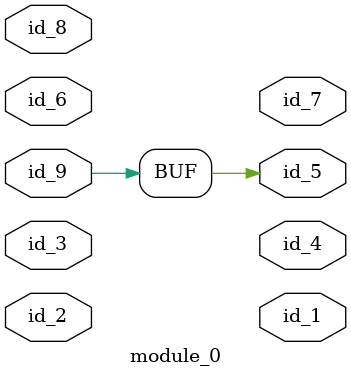
<source format=v>
module module_0 (
    id_1,
    id_2,
    id_3,
    id_4,
    id_5,
    id_6,
    id_7,
    id_8,
    id_9
);
  inout wire id_9;
  input wire id_8;
  output wire id_7;
  input wire id_6;
  output wire id_5;
  output wire id_4;
  inout wire id_3;
  input wire id_2;
  output wire id_1;
  assign id_5 = id_9;
  wire id_10;
  localparam id_11 = (id_3 - id_3);
endmodule
module module_1 (
    id_1
);
  input wire id_1;
  wire id_2;
  module_0 modCall_1 (
      id_2,
      id_1,
      id_2,
      id_2,
      id_2,
      id_1,
      id_2,
      id_2,
      id_2
  );
endmodule

</source>
